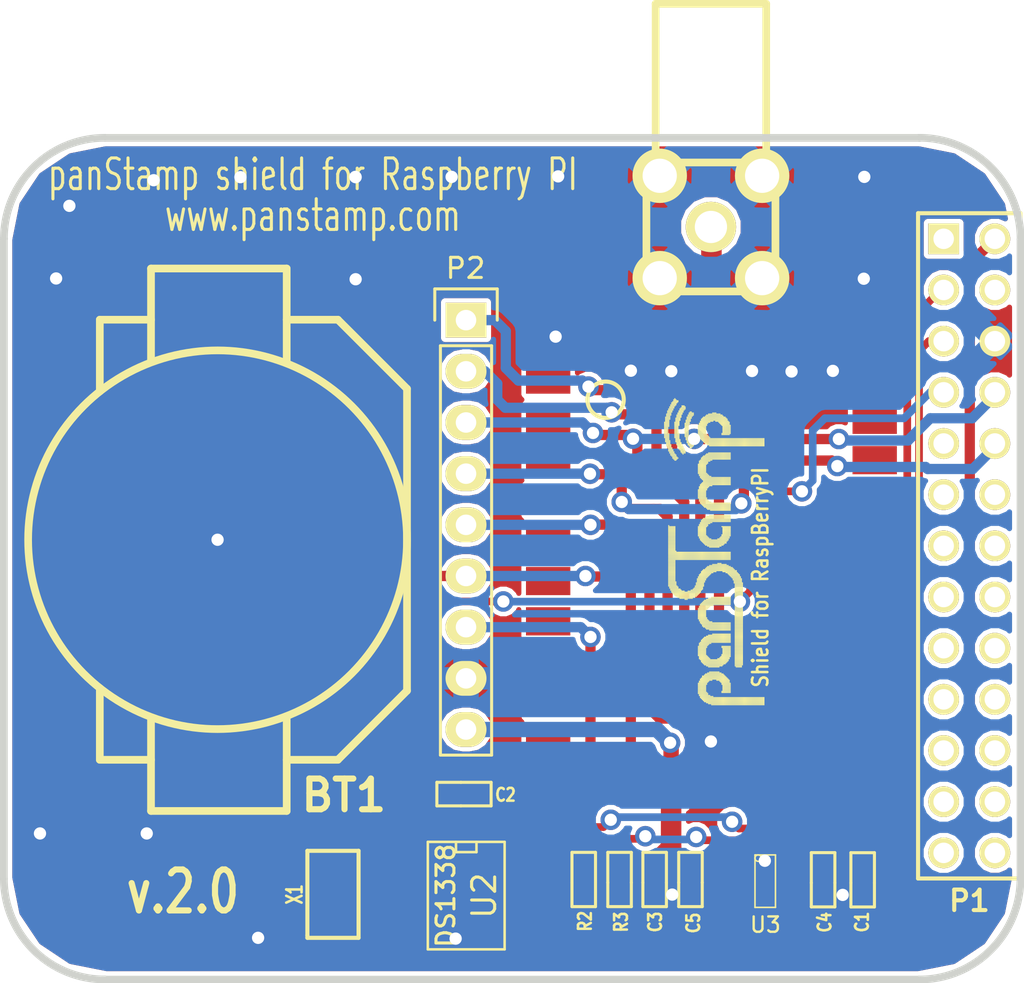
<source format=kicad_pcb>
(kicad_pcb (version 4) (host pcbnew "(2014-jul-16 BZR unknown)-product")
  (title_block (title "panStamp shield for RaspberryPI") (date "16 Jul 2015") (rev 2.0) (company panStamp))
  (layers (0 Front signal) (31 Back signal) (34 B.Paste user) (35 F.Paste user) (36 B.SilkS user) (37 F.SilkS user) (38 B.Mask user) (39 F.Mask user) (44 Edge.Cuts user))
  (net 0 "")
  (net 1 +3.3V)
  (net 2 +5V)
  (net 3 /RESET)
  (net 4 /RPI_I2C_SCL)
  (net 5 /RPI_I2C_SDA)
  (net 6 /RXD)
  (net 7 /TXD)
  (net 8 GND)
  (net 9 "Net-(BT1-Pad1)")
  (net 10 "Net-(C2-Pad1)")
  (net 11 "Net-(P1-Pad1)")
  (net 12 "Net-(P1-Pad4)")
  (net 13 "Net-(P1-Pad9)")
  (net 14 "Net-(P1-Pad11)")
  (net 15 "Net-(P1-Pad12)")
  (net 16 "Net-(P1-Pad13)")
  (net 17 "Net-(P1-Pad14)")
  (net 18 "Net-(P1-Pad15)")
  (net 19 "Net-(P1-Pad16)")
  (net 20 "Net-(P1-Pad17)")
  (net 21 "Net-(P1-Pad18)")
  (net 22 "Net-(P1-Pad19)")
  (net 23 "Net-(P1-Pad20)")
  (net 24 "Net-(P1-Pad21)")
  (net 25 "Net-(P1-Pad22)")
  (net 26 "Net-(P1-Pad23)")
  (net 27 "Net-(P1-Pad24)")
  (net 28 "Net-(P1-Pad25)")
  (net 29 "Net-(P1-Pad26)")
  (net 30 /SDA)
  (net 31 /SCL)
  (net 32 /D7)
  (net 33 /TEST)
  (net 34 "Net-(U2-Pad1)")
  (net 35 "Net-(U2-Pad7)")
  (net 36 "Net-(U2-Pad2)")
  (net 37 "Net-(PS1-Pad1)")
  (net 38 "Net-(PS1-Pad2)")
  (net 39 "Net-(PS1-Pad3)")
  (net 40 "Net-(PS1-Pad4)")
  (net 41 "Net-(PS1-Pad5)")
  (net 42 "Net-(PS1-Pad6)")
  (net 43 "Net-(PS1-Pad7)")
  (net 44 "Net-(PS1-Pad8)")
  (net 45 "Net-(PS1-Pad9)")
  (net 46 "Net-(PS1-Pad10)")
  (net 47 "Net-(PS1-Pad20)")
  (net 48 "Net-(PS1-Pad21)")
  (net 49 "Net-(PS1-Pad22)")
  (net 50 "Net-(PS1-Pad23)")
  (net 51 "Net-(PS1-Pad24)")
  (net 52 "Net-(PS1-Pad25)")
  (net 53 "Net-(PS1-Pad26)")
  (net 54 "Net-(PS1-Pad27)")
  (net 55 "Net-(PS1-Pad31)")
  (module SO8E (layer Front) (at 141.1605 92.1639 270)
    (fp_text reference U2 (at 0 -0.889 270) (layer F.SilkS) (effects (font (size 1.143 1.143) (thickness 0.1524))))
    (fp_text value DS1338 (at 0 1.016 270) (layer F.SilkS) (effects (font (size 0.889 0.889) (thickness 0.1524))))
    (pad 8 smd rect (at -1.905 -2.667 270) (size 0.59944 1.39954) (layers Front F.Paste F.Mask) (net 1 +3.3V))
    (pad 1 smd rect (at -1.905 2.667 270) (size 0.59944 1.39954) (layers Front F.Paste F.Mask) (net 34 "Net-(U2-Pad1)"))
    (pad 7 smd rect (at -0.635 -2.667 270) (size 0.59944 1.39954) (layers Front F.Paste F.Mask) (net 35 "Net-(U2-Pad7)"))
    (pad 6 smd rect (at 0.635 -2.667 270) (size 0.59944 1.39954) (layers Front F.Paste F.Mask) (net 4 /RPI_I2C_SCL))
    (pad 5 smd rect (at 1.905 -2.667 270) (size 0.59944 1.39954) (layers Front F.Paste F.Mask) (net 5 /RPI_I2C_SDA))
    (pad 2 smd rect (at -0.635 2.667 270) (size 0.59944 1.39954) (layers Front F.Paste F.Mask) (net 36 "Net-(U2-Pad2)"))
    (pad 3 smd rect (at 0.635 2.667 270) (size 0.59944 1.39954) (layers Front F.Paste F.Mask) (net 9 "Net-(BT1-Pad1)"))
    (pad 4 smd rect (at 1.905 2.667 270) (size 0.59944 1.39954) (layers Front F.Paste F.Mask) (net 8 GND))
  )
  (module SM0603S (layer Front) (at 141.05 87.125 180)
    (fp_text reference C2 (at -2.0574 -0.0381 180) (layer F.SilkS) (effects (font (size 0.635 0.508) (thickness 0.127))))
    (fp_text value 100n hide)
    (pad 2 smd rect (at 0.7493 0 180) (size 0.7874 0.762) (layers Front F.Paste F.Mask) (net 3 /RESET))
    (pad 1 smd rect (at -0.7493 0 180) (size 0.7874 0.762) (layers Front F.Paste F.Mask) (net 10 "Net-(C2-Pad1)"))
  )
  (module SM0603S (layer Front) (at 148.7678 91.3638 270)
    (fp_text reference R3 (at 2.1082 -0.0762 270) (layer F.SilkS) (effects (font (size 0.635 0.508) (thickness 0.127))))
    (fp_text value 4k7 hide)
    (pad 2 smd rect (at 0.7493 0 270) (size 0.7874 0.762) (layers Front F.Paste F.Mask) (net 5 /RPI_I2C_SDA))
    (pad 1 smd rect (at -0.7493 0 270) (size 0.7874 0.762) (layers Front F.Paste F.Mask) (net 1 +3.3V))
  )
  (module SM0603S (layer Front) (at 146.9898 91.3638 270)
    (fp_text reference R2 (at 2.0701 -0.0635 270) (layer F.SilkS) (effects (font (size 0.635 0.508) (thickness 0.127))))
    (fp_text value 4k7 hide)
    (pad 2 smd rect (at 0.7493 0 270) (size 0.7874 0.762) (layers Front F.Paste F.Mask) (net 4 /RPI_I2C_SCL))
    (pad 1 smd rect (at -0.7493 0 270) (size 0.7874 0.762) (layers Front F.Paste F.Mask) (net 1 +3.3V))
  )
  (module pin_array_13x2 (layer Front) (at 166.116 74.803 270)
    (fp_text reference P1 (at 17.617 -0.004 360) (layer F.SilkS) (effects (font (size 1.016 1.016) (thickness 0.2032))))
    (fp_text value CONN_13X2 hide)
    (pad 1 thru_hole rect (at -15.24 1.27 270) (size 1.524 1.524) (drill 1.016) (layers *.Cu *.Mask F.SilkS) (net 11 "Net-(P1-Pad1)"))
    (pad 2 thru_hole circle (at -15.24 -1.27 270) (size 1.524 1.524) (drill 1.016) (layers *.Cu *.Mask F.SilkS) (net 2 +5V))
    (pad 3 thru_hole circle (at -12.7 1.27 270) (size 1.524 1.524) (drill 1.016) (layers *.Cu *.Mask F.SilkS) (net 5 /RPI_I2C_SDA))
    (pad 4 thru_hole circle (at -12.7 -1.27 270) (size 1.524 1.524) (drill 1.016) (layers *.Cu *.Mask F.SilkS) (net 12 "Net-(P1-Pad4)"))
    (pad 5 thru_hole circle (at -10.16 1.27 270) (size 1.524 1.524) (drill 1.016) (layers *.Cu *.Mask F.SilkS) (net 4 /RPI_I2C_SCL))
    (pad 6 thru_hole circle (at -10.16 -1.27 270) (size 1.524 1.524) (drill 1.016) (layers *.Cu *.Mask F.SilkS) (net 8 GND))
    (pad 7 thru_hole circle (at -7.62 1.27 270) (size 1.524 1.524) (drill 1.016) (layers *.Cu *.Mask F.SilkS) (net 10 "Net-(C2-Pad1)"))
    (pad 8 thru_hole circle (at -7.62 -1.27 270) (size 1.524 1.524) (drill 1.016) (layers *.Cu *.Mask F.SilkS) (net 6 /RXD))
    (pad 9 thru_hole circle (at -5.08 1.27 270) (size 1.524 1.524) (drill 1.016) (layers *.Cu *.Mask F.SilkS) (net 13 "Net-(P1-Pad9)"))
    (pad 10 thru_hole circle (at -5.08 -1.27 270) (size 1.524 1.524) (drill 1.016) (layers *.Cu *.Mask F.SilkS) (net 7 /TXD))
    (pad 11 thru_hole circle (at -2.54 1.27 270) (size 1.524 1.524) (drill 1.016) (layers *.Cu *.Mask F.SilkS) (net 14 "Net-(P1-Pad11)"))
    (pad 12 thru_hole circle (at -2.54 -1.27 270) (size 1.524 1.524) (drill 1.016) (layers *.Cu *.Mask F.SilkS) (net 15 "Net-(P1-Pad12)"))
    (pad 13 thru_hole circle (at 0 1.27 270) (size 1.524 1.524) (drill 1.016) (layers *.Cu *.Mask F.SilkS) (net 16 "Net-(P1-Pad13)"))
    (pad 14 thru_hole circle (at 0 -1.27 270) (size 1.524 1.524) (drill 1.016) (layers *.Cu *.Mask F.SilkS) (net 17 "Net-(P1-Pad14)"))
    (pad 15 thru_hole circle (at 2.54 1.27 270) (size 1.524 1.524) (drill 1.016) (layers *.Cu *.Mask F.SilkS) (net 18 "Net-(P1-Pad15)"))
    (pad 16 thru_hole circle (at 2.54 -1.27 270) (size 1.524 1.524) (drill 1.016) (layers *.Cu *.Mask F.SilkS) (net 19 "Net-(P1-Pad16)"))
    (pad 17 thru_hole circle (at 5.08 1.27 270) (size 1.524 1.524) (drill 1.016) (layers *.Cu *.Mask F.SilkS) (net 20 "Net-(P1-Pad17)"))
    (pad 18 thru_hole circle (at 5.08 -1.27 270) (size 1.524 1.524) (drill 1.016) (layers *.Cu *.Mask F.SilkS) (net 21 "Net-(P1-Pad18)"))
    (pad 19 thru_hole circle (at 7.62 1.27 270) (size 1.524 1.524) (drill 1.016) (layers *.Cu *.Mask F.SilkS) (net 22 "Net-(P1-Pad19)"))
    (pad 20 thru_hole circle (at 7.62 -1.27 270) (size 1.524 1.524) (drill 1.016) (layers *.Cu *.Mask F.SilkS) (net 23 "Net-(P1-Pad20)"))
    (pad 21 thru_hole circle (at 10.16 1.27 270) (size 1.524 1.524) (drill 1.016) (layers *.Cu *.Mask F.SilkS) (net 24 "Net-(P1-Pad21)"))
    (pad 22 thru_hole circle (at 10.16 -1.27 270) (size 1.524 1.524) (drill 1.016) (layers *.Cu *.Mask F.SilkS) (net 25 "Net-(P1-Pad22)"))
    (pad 23 thru_hole circle (at 12.7 1.27 270) (size 1.524 1.524) (drill 1.016) (layers *.Cu *.Mask F.SilkS) (net 26 "Net-(P1-Pad23)"))
    (pad 24 thru_hole circle (at 12.7 -1.27 270) (size 1.524 1.524) (drill 1.016) (layers *.Cu *.Mask F.SilkS) (net 27 "Net-(P1-Pad24)"))
    (pad 25 thru_hole circle (at 15.24 1.27 270) (size 1.524 1.524) (drill 1.016) (layers *.Cu *.Mask F.SilkS) (net 28 "Net-(P1-Pad25)"))
    (pad 26 thru_hole circle (at 15.24 -1.27 270) (size 1.524 1.524) (drill 1.016) (layers *.Cu *.Mask F.SilkS) (net 29 "Net-(P1-Pad26)"))
  )
  (module linx_bat-hld-001 (layer Front) (at 128.825 74.5 270)
    (fp_text reference BT1 (at 12.6873 -6.2611 360) (layer F.SilkS) (effects (font (thickness 0.3048))))
    (fp_text value BATTERY hide)
    (pad 1 smd rect (at -11.43 0 270) (size 2.54 5.08) (layers Front F.Paste F.Mask))
    (pad 1 smd rect (at 11.43 0 270) (size 2.54 5.08) (layers Front F.Paste F.Mask) (net 9 "Net-(BT1-Pad1)"))
    (pad 2 smd circle (at 0 0 270) (size 17.78 17.78) (layers Front F.Paste F.Mask) (net 8 GND))
  )
  (module SM0603S (layer Front) (at 150.5077 91.3638 270)
    (fp_text reference C3 (at 2.1082 -0.0254 270) (layer F.SilkS) (effects (font (size 0.635 0.508) (thickness 0.127))))
    (fp_text value 100n hide)
    (pad 2 smd rect (at 0.7493 0 270) (size 0.7874 0.762) (layers Front F.Paste F.Mask) (net 8 GND))
    (pad 1 smd rect (at -0.7493 0 270) (size 0.7874 0.762) (layers Front F.Paste F.Mask) (net 1 +3.3V))
  )
  (module SOT23 (layer Front) (at 155.9941 91.4781 270)
    (fp_text reference U3 (at 2.1336 -0.00762 360) (layer F.SilkS) (effects (font (size 0.762 0.762) (thickness 0.11938))))
    (fp_text value MCP1702 hide)
    (pad 3 smd rect (at 0 -1.09982 270) (size 0.8001 1.00076) (layers Front F.Paste F.Mask) (net 2 +5V))
    (pad 2 smd rect (at 0.9525 1.09982 270) (size 0.8001 1.00076) (layers Front F.Paste F.Mask) (net 1 +3.3V))
    (pad 1 smd rect (at -0.9525 1.09982 270) (size 0.8001 1.00076) (layers Front F.Paste F.Mask) (net 8 GND))
  )
  (module SM0603S (layer Front) (at 158.8643 91.3765 270)
    (fp_text reference C4 (at 2.1082 -0.0762 270) (layer F.SilkS) (effects (font (size 0.635 0.508) (thickness 0.127))))
    (fp_text value 1u hide)
    (pad 2 smd rect (at 0.7493 0 270) (size 0.7874 0.762) (layers Front F.Paste F.Mask) (net 8 GND))
    (pad 1 smd rect (at -0.7493 0 270) (size 0.7874 0.762) (layers Front F.Paste F.Mask) (net 2 +5V))
  )
  (module SM0603S (layer Front) (at 152.2857 91.3638 270)
    (fp_text reference C5 (at 2.159 -0.1397 270) (layer F.SilkS) (effects (font (size 0.635 0.508) (thickness 0.127))))
    (fp_text value 1u hide)
    (pad 2 smd rect (at 0.7493 0 270) (size 0.7874 0.762) (layers Front F.Paste F.Mask) (net 8 GND))
    (pad 1 smd rect (at -0.7493 0 270) (size 0.7874 0.762) (layers Front F.Paste F.Mask) (net 1 +3.3V))
  )
  (module PANSTAMPLOGO (layer Front) (at 150.6728 82.7151 90)
    (fp_text reference v.2.0 hide)
    (fp_text value "Shield for RaspBerryPI" (at 6.35 5.08 90) (layer F.SilkS) (effects (font (size 0.762 0.635) (thickness 0.127))))
  )
  (module Pin_Headers:Pin_Header_Straight_1x09 (layer Front) (at 141.15 63.6)
    (fp_text reference P2 (at -0.025 -2.575) (layer F.SilkS))
    (fp_text value CONN_01X09)
    (pad 1 thru_hole rect (at 0 0) (size 2.032 1.7272) (drill 1.016) (layers *.Cu *.Mask F.SilkS) (net 30 /SDA))
    (pad 2 thru_hole oval (at 0 2.54) (size 2.032 1.7272) (drill 1.016) (layers *.Cu *.Mask F.SilkS) (net 31 /SCL))
    (pad 3 thru_hole oval (at 0 5.08) (size 2.032 1.7272) (drill 1.016) (layers *.Cu *.Mask F.SilkS) (net 6 /RXD))
    (pad 4 thru_hole oval (at 0 7.62) (size 2.032 1.7272) (drill 1.016) (layers *.Cu *.Mask F.SilkS) (net 7 /TXD))
    (pad 5 thru_hole oval (at 0 10.16) (size 2.032 1.7272) (drill 1.016) (layers *.Cu *.Mask F.SilkS) (net 32 /D7))
    (pad 6 thru_hole oval (at 0 12.7) (size 2.032 1.7272) (drill 1.016) (layers *.Cu *.Mask F.SilkS) (net 3 /RESET))
    (pad 7 thru_hole oval (at 0 15.24) (size 2.032 1.7272) (drill 1.016) (layers *.Cu *.Mask F.SilkS) (net 33 /TEST))
    (pad 8 thru_hole oval (at 0 17.78) (size 2.032 1.7272) (drill 1.016) (layers *.Cu *.Mask F.SilkS) (net 8 GND))
    (pad 9 thru_hole oval (at 0 20.32) (size 2.032 1.7272) (drill 1.016) (layers *.Cu *.Mask F.SilkS) (net 1 +3.3V))
  )
  (module mysmd:EPSON_F-135 (layer Front) (at 134.55 92.1 90)
    (fp_text reference X1 (at 0 -1.905 90) (layer F.SilkS) (effects (font (size 0.762 0.508) (thickness 0.127))))
    (fp_text value 32.768KHz hide)
    (pad 1 smd rect (at -1.25 0 90) (size 1 1.8) (layers Front F.Paste F.Mask) (net 36 "Net-(U2-Pad2)"))
    (pad 2 smd rect (at 1.25 0 90) (size 1 1.8) (layers Front F.Paste F.Mask) (net 34 "Net-(U2-Pad1)"))
  )
  (module mysmd:PANSTAMP_2 (layer Front) (at 153.325 75.55)
    (fp_text reference PS1 hide)
    (fp_text value PANSTAMP_NRG2 hide)
    (pad 1 smd rect (at -8.1 -9) (size 2.2 1.4) (layers Front F.Paste F.Mask) (net 37 "Net-(PS1-Pad1)"))
    (pad 2 smd rect (at -8.1 -7) (size 2.2 1.4) (layers Front F.Paste F.Mask) (net 38 "Net-(PS1-Pad2)"))
    (pad 3 smd rect (at -8.1 -5) (size 2.2 1.4) (layers Front F.Paste F.Mask) (net 39 "Net-(PS1-Pad3)"))
    (pad 4 smd rect (at -8.1 -3) (size 2.2 1.4) (layers Front F.Paste F.Mask) (net 40 "Net-(PS1-Pad4)"))
    (pad 5 smd rect (at -8.1 -1) (size 2.2 1.4) (layers Front F.Paste F.Mask) (net 41 "Net-(PS1-Pad5)"))
    (pad 6 smd rect (at -8.1 1) (size 2.2 1.4) (layers Front F.Paste F.Mask) (net 42 "Net-(PS1-Pad6)"))
    (pad 7 smd rect (at -8.1 3) (size 2.2 1.4) (layers Front F.Paste F.Mask) (net 43 "Net-(PS1-Pad7)"))
    (pad 8 smd rect (at -8.1 5) (size 2.2 1.4) (layers Front F.Paste F.Mask) (net 44 "Net-(PS1-Pad8)"))
    (pad 9 smd rect (at -8.1 7) (size 2.2 1.4) (layers Front F.Paste F.Mask) (net 45 "Net-(PS1-Pad9)"))
    (pad 10 smd rect (at -8.1 9) (size 2.2 1.4) (layers Front F.Paste F.Mask) (net 46 "Net-(PS1-Pad10)"))
    (pad 11 smd rect (at -6 11.1 90) (size 2.2 1.4) (layers Front F.Paste F.Mask) (net 33 /TEST))
    (pad 12 smd rect (at -4 11.1 90) (size 2.2 1.4) (layers Front F.Paste F.Mask) (net 3 /RESET))
    (pad 13 smd rect (at -2 11.1 90) (size 2.2 1.4) (layers Front F.Paste F.Mask) (net 1 +3.3V))
    (pad 14 smd rect (at 0 11.1 90) (size 2.2 1.4) (layers Front F.Paste F.Mask) (net 8 GND))
    (pad 15 smd rect (at 2 11.1 90) (size 2.2 1.4) (layers Front F.Paste F.Mask) (net 32 /D7))
    (pad 16 smd rect (at 4 11.1 90) (size 2.2 1.4) (layers Front F.Paste F.Mask) (net 7 /TXD))
    (pad 17 smd rect (at 6 11.1 90) (size 2.2 1.4) (layers Front F.Paste F.Mask) (net 6 /RXD))
    (pad 18 smd rect (at 8.1 9) (size 2.2 1.4) (layers Front F.Paste F.Mask) (net 31 /SCL))
    (pad 19 smd rect (at 8.1 7) (size 2.2 1.4) (layers Front F.Paste F.Mask) (net 30 /SDA))
    (pad 20 smd rect (at 8.1 5) (size 2.2 1.4) (layers Front F.Paste F.Mask) (net 47 "Net-(PS1-Pad20)"))
    (pad 21 smd rect (at 8.1 3) (size 2.2 1.4) (layers Front F.Paste F.Mask) (net 48 "Net-(PS1-Pad21)"))
    (pad 22 smd rect (at 8.1 1) (size 2.2 1.4) (layers Front F.Paste F.Mask) (net 49 "Net-(PS1-Pad22)"))
    (pad 23 smd rect (at 8.1 -1) (size 2.2 1.4) (layers Front F.Paste F.Mask) (net 50 "Net-(PS1-Pad23)"))
    (pad 24 smd rect (at 8.1 -3) (size 2.2 1.4) (layers Front F.Paste F.Mask) (net 51 "Net-(PS1-Pad24)"))
    (pad 25 smd rect (at 8.1 -5) (size 2.2 1.4) (layers Front F.Paste F.Mask) (net 52 "Net-(PS1-Pad25)"))
    (pad 26 smd rect (at 8.1 -7) (size 2.2 1.4) (layers Front F.Paste F.Mask) (net 53 "Net-(PS1-Pad26)"))
    (pad 27 smd rect (at 8.1 -9) (size 2.2 1.4) (layers Front F.Paste F.Mask) (net 54 "Net-(PS1-Pad27)"))
    (pad 28 smd rect (at 6 -11.1 90) (size 2.2 1.4) (layers Front F.Paste F.Mask) (net 8 GND))
    (pad 29 smd rect (at 4 -11.1 90) (size 2.2 1.4) (layers Front F.Paste F.Mask) (net 8 GND))
    (pad 30 smd rect (at 2 -11.1 90) (size 2.2 1.4) (layers Front F.Paste F.Mask) (net 8 GND))
    (pad 31 smd rect (at 0 -11.1 90) (size 2.2 1.4) (layers Front F.Paste F.Mask) (net 55 "Net-(PS1-Pad31)"))
    (pad 32 smd rect (at -2 -11.1 90) (size 2.2 1.4) (layers Front F.Paste F.Mask) (net 8 GND))
    (pad 33 smd rect (at -4 -11.1 90) (size 2.2 1.4) (layers Front F.Paste F.Mask) (net 8 GND))
    (pad 34 smd rect (at -6 -11.1 90) (size 2.2 1.4) (layers Front F.Paste F.Mask) (net 8 GND))
  )
  (module myconnectors:SMA_RightAngle_Tyco (layer Front) (at 153.3 58.975)
    (fp_text reference U1 hide)
    (fp_text value ANTENNA hide)
    (pad 1 thru_hole circle (at 0 0) (size 2.49936 2.49936) (drill 1.6002) (layers *.Cu *.Mask F.SilkS) (net 55 "Net-(PS1-Pad31)"))
    (pad 2 thru_hole circle (at 2.54 -2.54) (size 2.70002 2.70002) (drill 1.69926) (layers *.Cu *.Mask F.SilkS) (net 8 GND))
    (pad 2 thru_hole circle (at -2.54 -2.54) (size 2.70002 2.70002) (drill 1.69926) (layers *.Cu *.Mask F.SilkS) (net 8 GND))
    (pad 2 thru_hole circle (at -2.54 2.54) (size 2.70002 2.70002) (drill 1.69926) (layers *.Cu *.Mask F.SilkS) (net 8 GND))
    (pad 2 thru_hole circle (at 2.54 2.54) (size 2.70002 2.70002) (drill 1.69926) (layers *.Cu *.Mask F.SilkS) (net 8 GND))
  )
  (module mysmd:SM0603S (layer Front) (at 160.82772 91.37904 270)
    (fp_text reference C1 (at 2.0955 0.03048 270) (layer F.SilkS) (effects (font (size 0.635 0.508) (thickness 0.127))))
    (fp_text value 10u hide)
    (pad 2 smd rect (at 0.7493 0 270) (size 0.7874 0.762) (layers Front F.Paste F.Mask) (net 8 GND))
    (pad 1 smd rect (at -0.7493 0 270) (size 0.7874 0.762) (layers Front F.Paste F.Mask) (net 2 +5V))
  )
  (module mymods:fiducial (layer Front) (at 121.8819 93.6879)
    (fp_text reference fiducial hide)
    (fp_text value VAL** hide)
    (pad 1 smd circle (at 0 0) (size 1 1) (layers Front F.Mask) (clearance 0.5))
  )
  (module mymods:fiducial (layer Front) (at 164.9984 56.9214)
    (fp_text reference fiducial hide)
    (fp_text value VAL** hide)
    (pad 1 smd circle (at 0 0) (size 1 1) (layers Front F.Mask) (clearance 0.5))
  )
  (gr_line (start 123.20778 96.33204) (end 123.20778 96.33458) (angle 90) (layer Edge.Cuts) (width 0.381))
  (gr_line (start 163.61156 96.33204) (end 123.20778 96.33204) (angle 90) (layer Edge.Cuts) (width 0.381))
  (gr_line (start 168.65854 59.60618) (end 168.65854 91.30792) (angle 90) (layer Edge.Cuts) (width 0.381))
  (gr_line (start 163.64458 54.55412) (end 163.64458 54.55666) (angle 90) (layer Edge.Cuts) (width 0.381))
  (gr_line (start 123.25096 54.55412) (end 163.64458 54.55412) (angle 90) (layer Edge.Cuts) (width 0.381))
  (gr_line (start 118.2243 59.55792) (end 118.22176 59.55792) (angle 90) (layer Edge.Cuts) (width 0.381))
  (gr_line (start 118.2243 91.34602) (end 118.2243 59.55792) (angle 90) (layer Edge.Cuts) (width 0.381))
  (gr_arc (start 123.23064 91.31808) (end 123.23318 96.32442) (angle 90) (layer Edge.Cuts) (width 0.381))
  (gr_arc (start 163.64204 91.313) (end 168.656 91.31554) (angle 90) (layer Edge.Cuts) (width 0.381))
  (gr_arc (start 163.64204 59.56808) (end 163.64204 54.54904) (angle 90) (layer Edge.Cuts) (width 0.381))
  (gr_arc (start 123.2281 59.55284) (end 118.22684 59.55284) (angle 90) (layer Edge.Cuts) (width 0.381))
  (gr_text v.2.0 (at 127.1016 91.9734) (layer F.SilkS) (effects (font (size 2.032 1.524) (thickness 0.3048))))
  (gr_text www.panstamp.com (at 133.55 58.4) (layer F.SilkS) (effects (font (size 1.524 1.016) (thickness 0.1524))))
  (gr_text "panStamp shield for Raspberry PI" (at 133.55 56.375) (layer F.SilkS) (effects (font (size 1.524 1.016) (thickness 0.1524))))
  (segment (start 141.15 83.92) (end 150.62 83.92) (width 0.762) (layer Back) (net 1))
  (segment (start 151.325 84.625) (end 151.325 86.65) (width 0.762) (layer Front) (net 1))
  (segment (start 151.275 84.575) (end 151.325 84.625) (width 0.762) (layer Front) (net 1))
  (via (at 151.275 84.575) (size 1.016) (drill 0.6096) (layers Front Back) (net 1))
  (segment (start 150.62 83.92) (end 151.275 84.575) (width 0.762) (layer Back) (net 1))
  (segment (start 151.325 86.65) (end 151.325 89.7972) (width 1.016) (layer Front) (net 1))
  (segment (start 151.325 89.7972) (end 150.5077 90.6145) (width 1.016) (layer Front) (net 1))
  (segment (start 150.5077 90.6145) (end 152.2857 90.6145) (width 1.016) (layer Front) (net 1))
  (segment (start 152.9969 90.6145) (end 153.5049 91.1225) (width 1.016) (layer Front) (net 1))
  (segment (start 153.5049 91.1225) (end 153.5049 91.9607) (width 1.016) (layer Front) (net 1))
  (segment (start 153.5049 91.9607) (end 153.9748 92.4306) (width 1.016) (layer Front) (net 1))
  (segment (start 153.9748 92.4306) (end 154.89428 92.4306) (width 1.016) (layer Front) (net 1))
  (segment (start 152.2857 90.6145) (end 152.9969 90.6145) (width 1.016) (layer Front) (net 1))
  (segment (start 150.5077 90.6145) (end 148.7678 90.6145) (width 1.016) (layer Front) (net 1))
  (segment (start 148.7678 90.6145) (end 146.9898 90.6145) (width 1.016) (layer Front) (net 1))
  (segment (start 146.6342 90.2589) (end 146.9898 90.6145) (width 0.508) (layer Front) (net 1))
  (segment (start 143.8275 90.2589) (end 146.6342 90.2589) (width 0.508) (layer Front) (net 1))
  (segment (start 157.4927 90.6272) (end 157.09392 91.02598) (width 1.016) (layer Front) (net 2))
  (segment (start 157.09392 91.02598) (end 157.09392 91.4781) (width 1.016) (layer Front) (net 2))
  (segment (start 158.8643 90.6272) (end 157.4927 90.6272) (width 1.016) (layer Front) (net 2))
  (segment (start 160.82518 90.6272) (end 160.82772 90.62974) (width 1.016) (layer Front) (net 2))
  (segment (start 158.8643 90.6272) (end 160.82518 90.6272) (width 1.016) (layer Front) (net 2))
  (segment (start 162.92322 90.62974) (end 163.62934 91.33586) (width 0.508) (layer Front) (net 2))
  (segment (start 163.62934 91.33586) (end 165.69182 91.33586) (width 0.508) (layer Front) (net 2))
  (segment (start 165.69182 91.33586) (end 166.1414 90.88628) (width 0.508) (layer Front) (net 2))
  (segment (start 166.1414 90.88628) (end 166.1414 60.8076) (width 0.508) (layer Front) (net 2))
  (segment (start 166.1414 60.8076) (end 167.386 59.563) (width 0.508) (layer Front) (net 2))
  (segment (start 160.82772 90.62974) (end 162.92322 90.62974) (width 0.508) (layer Front) (net 2))
  (segment (start 149.325 76.8) (end 149.325 86.65) (width 0.508) (layer Front) (net 3))
  (segment (start 141.15 76.3) (end 147.075 76.3) (width 0.508) (layer Back) (net 3))
  (segment (start 147.1 76.325) (end 147.075 76.3) (width 0.508) (layer Front) (net 3))
  (segment (start 147.1 76.325) (end 148.85 76.325) (width 0.508) (layer Front) (net 3))
  (segment (start 149.225 76.7) (end 148.85 76.325) (width 0.508) (layer Front) (net 3))
  (via (at 147.075 76.3) (size 1.016) (drill 0.6096) (layers Front Back) (net 3))
  (segment (start 149.225 76.7) (end 149.325 76.8) (width 0.508) (layer Front) (net 3))
  (segment (start 140.3007 87.125) (end 140.05 87.125) (width 0.508) (layer Front) (net 3))
  (segment (start 140.15 76.3) (end 141.15 76.3) (width 0.508) (layer Front) (net 3))
  (segment (start 138.95878 87.125) (end 138.5443 86.71052) (width 0.508) (layer Front) (net 3))
  (segment (start 138.5443 86.71052) (end 138.5443 76.94676) (width 0.508) (layer Front) (net 3))
  (segment (start 138.5443 76.94676) (end 139.19106 76.3) (width 0.508) (layer Front) (net 3))
  (segment (start 139.19106 76.3) (end 141.15 76.3) (width 0.508) (layer Front) (net 3))
  (segment (start 140.3007 87.125) (end 138.95878 87.125) (width 0.508) (layer Front) (net 3))
  (segment (start 146.304 92.7989) (end 146.9898 92.1131) (width 0.508) (layer Front) (net 4))
  (segment (start 143.8275 92.7989) (end 146.304 92.7989) (width 0.508) (layer Front) (net 4))
  (segment (start 142.748 92.7989) (end 143.8275 92.7989) (width 0.381) (layer Front) (net 4))
  (segment (start 142.36192 92.41282) (end 142.748 92.7989) (width 0.381) (layer Front) (net 4))
  (segment (start 142.36192 89.77122) (end 142.36192 92.41282) (width 0.381) (layer Front) (net 4))
  (segment (start 142.78864 89.3445) (end 142.36192 89.77122) (width 0.381) (layer Front) (net 4))
  (segment (start 149.91588 89.3445) (end 142.78864 89.3445) (width 0.381) (layer Front) (net 4))
  (segment (start 150.04542 89.21496) (end 149.91588 89.3445) (width 0.381) (layer Front) (net 4))
  (via (at 150.04542 89.21496) (size 1.016) (layers Front Back) (net 4))
  (segment (start 150.20544 89.37498) (end 150.04542 89.21496) (width 0.381) (layer Back) (net 4))
  (segment (start 152.44572 89.37498) (end 150.20544 89.37498) (width 0.381) (layer Back) (net 4))
  (segment (start 152.56764 89.25306) (end 152.44572 89.37498) (width 0.381) (layer Back) (net 4))
  (via (at 152.56764 89.25306) (size 1.016) (layers Front Back) (net 4))
  (segment (start 152.7302 89.41562) (end 152.56764 89.25306) (width 0.381) (layer Front) (net 4))
  (segment (start 163.1315 89.41562) (end 152.7302 89.41562) (width 0.381) (layer Front) (net 4))
  (segment (start 163.62426 88.92286) (end 163.1315 89.41562) (width 0.381) (layer Front) (net 4))
  (segment (start 163.62426 65.12814) (end 163.62426 88.92286) (width 0.381) (layer Front) (net 4))
  (segment (start 164.1094 64.643) (end 163.62426 65.12814) (width 0.381) (layer Front) (net 4))
  (segment (start 164.846 64.643) (end 164.1094 64.643) (width 0.381) (layer Front) (net 4))
  (segment (start 148.7678 93.5863) (end 148.7678 92.1131) (width 0.508) (layer Front) (net 5))
  (segment (start 148.2852 94.0689) (end 148.7678 93.5863) (width 0.508) (layer Front) (net 5))
  (segment (start 143.8275 94.0689) (end 148.2852 94.0689) (width 0.508) (layer Front) (net 5))
  (segment (start 164.70376 62.103) (end 164.846 62.103) (width 0.381) (layer Front) (net 5))
  (segment (start 142.14348 94.0689) (end 141.67612 93.60154) (width 0.381) (layer Front) (net 5))
  (segment (start 141.67612 93.60154) (end 141.67612 89.19972) (width 0.381) (layer Front) (net 5))
  (segment (start 141.67612 89.19972) (end 142.115542 88.760298) (width 0.381) (layer Front) (net 5))
  (segment (start 142.115542 88.760298) (end 147.970242 88.760298) (width 0.381) (layer Front) (net 5))
  (segment (start 147.970242 88.760298) (end 148.33092 88.39962) (width 0.381) (layer Front) (net 5))
  (via (at 148.33092 88.39962) (size 1.016) (layers Front Back) (net 5))
  (segment (start 148.33092 88.39962) (end 148.46046 88.27008) (width 0.381) (layer Back) (net 5))
  (segment (start 148.46046 88.27008) (end 154.12212 88.27008) (width 0.381) (layer Back) (net 5))
  (segment (start 154.12212 88.27008) (end 154.35072 88.49868) (width 0.381) (layer Back) (net 5))
  (via (at 154.35072 88.49868) (size 1.016) (layers Front Back) (net 5))
  (segment (start 154.35072 88.49868) (end 154.683458 88.831418) (width 0.381) (layer Front) (net 5))
  (segment (start 154.683458 88.831418) (end 162.4838 88.831418) (width 0.381) (layer Front) (net 5))
  (segment (start 162.4838 88.831418) (end 163.040058 88.27516) (width 0.381) (layer Front) (net 5))
  (segment (start 163.040058 88.27516) (end 163.040058 64.762382) (width 0.381) (layer Front) (net 5))
  (segment (start 163.040058 64.762382) (end 163.72332 64.07912) (width 0.381) (layer Front) (net 5))
  (segment (start 163.72332 64.07912) (end 163.72332 63.08344) (width 0.381) (layer Front) (net 5))
  (segment (start 163.72332 63.08344) (end 164.70376 62.103) (width 0.381) (layer Front) (net 5))
  (segment (start 143.8275 94.0689) (end 142.14348 94.0689) (width 0.381) (layer Front) (net 5))
  (segment (start 157.65 84.25) (end 158.125 84.725) (width 0.508) (layer Front) (net 6))
  (segment (start 158.125 84.725) (end 158.8 84.725) (width 0.508) (layer Front) (net 6))
  (segment (start 158.8 84.725) (end 159.325 85.25) (width 0.508) (layer Front) (net 6))
  (segment (start 159.325 85.25) (end 159.325 86.65) (width 0.508) (layer Front) (net 6))
  (segment (start 149.43503 69.48503) (end 149.65 69.7) (width 0.508) (layer Front) (net 6))
  (segment (start 149.65 69.7) (end 149.65 71.75) (width 0.508) (layer Front) (net 6))
  (segment (start 149.65 71.75) (end 150.125 72.225) (width 0.508) (layer Front) (net 6))
  (segment (start 150.125 72.225) (end 151.625 72.225) (width 0.508) (layer Front) (net 6))
  (segment (start 151.625 72.275) (end 151.975 72.625) (width 0.508) (layer Front) (net 6))
  (segment (start 151.975 72.625) (end 151.975 81.25) (width 0.508) (layer Front) (net 6))
  (segment (start 151.975 81.25) (end 152.525 81.8) (width 0.508) (layer Front) (net 6))
  (segment (start 152.525 81.8) (end 156.95 81.8) (width 0.508) (layer Front) (net 6))
  (segment (start 156.95 81.8) (end 157.65 82.5) (width 0.508) (layer Front) (net 6))
  (segment (start 151.625 72.225) (end 151.625 72.275) (width 0.508) (layer Front) (net 6))
  (segment (start 157.65 82.5) (end 157.65 84.25) (width 0.508) (layer Front) (net 6))
  (via (at 147.45 69.2) (size 1.016) (drill 0.6096) (layers Front Back) (net 6))
  (segment (start 147.45 69.2) (end 147.55 69.3) (width 0.508) (layer Front) (net 6))
  (segment (start 147.55 69.3) (end 148.55 69.3) (width 0.508) (layer Front) (net 6))
  (segment (start 141.15 68.68) (end 146.93 68.68) (width 0.508) (layer Back) (net 6))
  (segment (start 149.25 69.3) (end 149.43503 69.48503) (width 0.508) (layer Front) (net 6))
  (segment (start 148.55 69.3) (end 149.25 69.3) (width 0.508) (layer Front) (net 6))
  (segment (start 146.93 68.68) (end 147.45 69.2) (width 0.508) (layer Back) (net 6))
  (segment (start 159.85 86.125) (end 159.325 86.65) (width 0.508) (layer Front) (net 6))
  (segment (start 167.386 67.34556) (end 167.386 67.183) (width 0.508) (layer Back) (net 6))
  (segment (start 149.4444 69.4944) (end 149.43503 69.48503) (width 0.508) (layer Back) (net 6))
  (segment (start 149.4444 69.4944) (end 152.46604 69.4944) (width 0.508) (layer Back) (net 6))
  (via (at 152.46604 69.4944) (size 1.016) (layers Front Back) (net 6))
  (segment (start 152.46604 69.4944) (end 152.47366 69.50202) (width 0.508) (layer Front) (net 6))
  (segment (start 152.47366 69.50202) (end 159.64662 69.50202) (width 0.508) (layer Front) (net 6))
  (via (at 159.64662 69.50202) (size 1.016) (layers Front Back) (net 6))
  (segment (start 159.64662 69.50202) (end 159.71774 69.57314) (width 0.508) (layer Back) (net 6))
  (segment (start 159.71774 69.57314) (end 163.07816 69.57314) (width 0.508) (layer Back) (net 6))
  (segment (start 163.07816 69.57314) (end 164.18052 68.47078) (width 0.508) (layer Back) (net 6))
  (segment (start 164.18052 68.47078) (end 166.26078 68.47078) (width 0.508) (layer Back) (net 6))
  (segment (start 167.386 67.34556) (end 166.26078 68.47078) (width 0.508) (layer Back) (net 6))
  (via (at 149.43503 69.48503) (size 1.016) (layers Front Back) (net 6))
  (segment (start 156.775 84.525) (end 157.325 85.075) (width 0.508) (layer Front) (net 7))
  (segment (start 157.325 85.075) (end 157.325 86.65) (width 0.508) (layer Front) (net 7))
  (segment (start 148.875 72.625) (end 149.225 72.975) (width 0.508) (layer Front) (net 7))
  (segment (start 149.225 72.975) (end 150.45 72.975) (width 0.508) (layer Front) (net 7))
  (segment (start 150.775 72.975) (end 151.15 73.35) (width 0.508) (layer Front) (net 7))
  (segment (start 151.15 73.35) (end 151.15 82.15) (width 0.508) (layer Front) (net 7))
  (segment (start 151.15 82.15) (end 151.575 82.575) (width 0.508) (layer Front) (net 7))
  (segment (start 151.575 82.575) (end 156.025 82.575) (width 0.508) (layer Front) (net 7))
  (segment (start 156.025 82.575) (end 156.775 83.325) (width 0.508) (layer Front) (net 7))
  (segment (start 150.45 72.975) (end 150.775 72.975) (width 0.508) (layer Front) (net 7))
  (segment (start 156.775 83.325) (end 156.775 84.525) (width 0.508) (layer Front) (net 7))
  (via (at 147.3 71.225) (size 1.016) (drill 0.6096) (layers Front Back) (net 7))
  (segment (start 147.3 71.225) (end 147.325 71.25) (width 0.508) (layer Front) (net 7))
  (segment (start 147.325 71.25) (end 148.325 71.25) (width 0.508) (layer Front) (net 7))
  (segment (start 141.15 71.22) (end 147.295 71.22) (width 0.508) (layer Back) (net 7))
  (segment (start 148.45 71.25) (end 148.875 71.675) (width 0.508) (layer Front) (net 7))
  (segment (start 148.875 71.675) (end 148.875 72.625) (width 0.508) (layer Front) (net 7))
  (segment (start 148.325 71.25) (end 148.45 71.25) (width 0.508) (layer Front) (net 7))
  (segment (start 147.295 71.22) (end 147.3 71.225) (width 0.508) (layer Back) (net 7))
  (segment (start 167.386 69.89318) (end 167.386 69.723) (width 0.508) (layer Back) (net 7))
  (segment (start 149.23182 72.98182) (end 148.875 72.625) (width 0.508) (layer Back) (net 7))
  (segment (start 149.23182 72.98182) (end 154.5209 72.98182) (width 0.508) (layer Back) (net 7))
  (segment (start 154.5209 72.98182) (end 154.80792 72.6948) (width 0.508) (layer Back) (net 7))
  (via (at 154.80792 72.6948) (size 1.016) (layers Front Back) (net 7))
  (segment (start 154.80792 72.6948) (end 154.93492 72.5678) (width 0.508) (layer Front) (net 7))
  (segment (start 154.93492 72.5678) (end 154.93492 71.07174) (width 0.508) (layer Front) (net 7))
  (segment (start 154.93492 71.07174) (end 155.43784 70.56882) (width 0.508) (layer Front) (net 7))
  (segment (start 155.43784 70.56882) (end 159.2961 70.56882) (width 0.508) (layer Front) (net 7))
  (segment (start 159.2961 70.56882) (end 159.57042 70.84314) (width 0.508) (layer Front) (net 7))
  (via (at 159.57042 70.84314) (size 1.016) (layers Front Back) (net 7))
  (segment (start 159.57042 70.84314) (end 159.61614 70.88886) (width 0.508) (layer Back) (net 7))
  (segment (start 159.61614 70.88886) (end 163.95192 70.88886) (width 0.508) (layer Back) (net 7))
  (segment (start 163.95192 70.88886) (end 164.05098 70.98792) (width 0.508) (layer Back) (net 7))
  (segment (start 164.05098 70.98792) (end 166.29126 70.98792) (width 0.508) (layer Back) (net 7))
  (segment (start 167.386 69.89318) (end 166.29126 70.98792) (width 0.508) (layer Back) (net 7))
  (via (at 148.875 72.625) (size 1.016) (layers Front Back) (net 7))
  (segment (start 125.2347 94.2594) (end 125.1966 94.2594) (width 0.508) (layer Front) (net 8))
  (segment (start 125.1966 94.2594) (end 120.015 89.0778) (width 0.508) (layer Front) (net 8))
  (segment (start 155.88234 90.5256) (end 155.97378 90.43416) (width 0.508) (layer Front) (net 8))
  (via (at 155.97378 90.43416) (size 1.016) (layers Front Back) (net 8))
  (segment (start 154.89428 90.5256) (end 155.88234 90.5256) (width 0.508) (layer Front) (net 8))
  (segment (start 153.325 84.53926) (end 153.29916 84.51342) (width 1.016) (layer Front) (net 8))
  (via (at 153.29916 84.51342) (size 1.016) (layers Front Back) (net 8))
  (segment (start 153.325 86.65) (end 153.325 84.53926) (width 1.016) (layer Front) (net 8))
  (segment (start 149.325 66.105658) (end 149.32914 66.109798) (width 1.016) (layer Front) (net 8))
  (via (at 149.32914 66.109798) (size 1.016) (layers Front Back) (net 8))
  (segment (start 149.32914 66.109798) (end 149.330462 66.11112) (width 1.016) (layer Back) (net 8))
  (segment (start 157.29966 66.11112) (end 159.34182 66.11112) (width 1.016) (layer Back) (net 8))
  (segment (start 155.33878 66.11112) (end 157.29966 66.11112) (width 1.016) (layer Back) (net 8))
  (segment (start 151.3332 66.11112) (end 155.33878 66.11112) (width 1.016) (layer Back) (net 8))
  (segment (start 149.330462 66.11112) (end 151.3332 66.11112) (width 1.016) (layer Back) (net 8))
  (segment (start 159.34182 66.11112) (end 159.34944 66.11874) (width 1.016) (layer Back) (net 8))
  (via (at 159.34944 66.11874) (size 1.016) (layers Front Back) (net 8))
  (segment (start 159.34944 66.11874) (end 159.325 66.0943) (width 1.016) (layer Front) (net 8))
  (segment (start 159.325 66.0943) (end 159.325 64.45) (width 1.016) (layer Front) (net 8))
  (segment (start 149.325 64.45) (end 149.325 66.105658) (width 1.016) (layer Front) (net 8))
  (segment (start 157.29966 66.14922) (end 157.29966 66.11112) (width 1.016) (layer Back) (net 8))
  (segment (start 157.29966 66.11112) (end 157.29966 66.14922) (width 1.016) (layer Back) (net 8))
  (segment (start 157.29966 66.14922) (end 157.29966 66.11112) (width 1.016) (layer Back) (net 8))
  (segment (start 157.325 66.12388) (end 157.29966 66.14922) (width 1.016) (layer Front) (net 8))
  (via (at 157.29966 66.14922) (size 1.016) (layers Front Back) (net 8))
  (segment (start 157.325 64.45) (end 157.325 66.12388) (width 1.016) (layer Front) (net 8))
  (segment (start 155.33878 66.12382) (end 155.33878 66.11112) (width 1.016) (layer Back) (net 8))
  (segment (start 155.33878 66.11112) (end 155.33878 66.12382) (width 1.016) (layer Back) (net 8))
  (segment (start 155.33878 66.12382) (end 155.33878 66.11112) (width 1.016) (layer Back) (net 8))
  (segment (start 155.325 66.11004) (end 155.33878 66.12382) (width 1.016) (layer Front) (net 8))
  (via (at 155.33878 66.12382) (size 1.016) (layers Front Back) (net 8))
  (segment (start 155.325 64.45) (end 155.325 66.11004) (width 1.016) (layer Front) (net 8))
  (segment (start 151.3332 66.13398) (end 151.3332 66.11112) (width 1.016) (layer Back) (net 8))
  (segment (start 151.3332 66.11112) (end 151.3332 66.13398) (width 1.016) (layer Back) (net 8))
  (segment (start 151.3332 66.13398) (end 151.3332 66.11112) (width 1.016) (layer Back) (net 8))
  (segment (start 151.325 66.12578) (end 151.3332 66.13398) (width 1.016) (layer Front) (net 8))
  (via (at 151.3332 66.13398) (size 1.016) (layers Front Back) (net 8))
  (segment (start 151.325 64.45) (end 151.325 66.12578) (width 1.016) (layer Front) (net 8))
  (segment (start 145.62586 64.45) (end 145.59534 64.41948) (width 1.016) (layer Front) (net 8))
  (via (at 145.59534 64.41948) (size 1.016) (layers Front Back) (net 8))
  (segment (start 147.325 64.45) (end 145.62586 64.45) (width 1.016) (layer Front) (net 8))
  (segment (start 128.7978 74.4728) (end 128.825 74.5) (width 0.762) (layer Back) (net 8))
  (segment (start 128.7018 74.4728) (end 128.7978 74.4728) (width 0.762) (layer Back) (net 8))
  (via (at 128.825 74.5) (size 1.016) (layers Front Back) (net 8))
  (segment (start 160.8544 56.435) (end 160.909 56.4896) (width 0.762) (layer Front) (net 8))
  (via (at 160.909 56.4896) (size 1.016) (layers Front Back) (net 8))
  (segment (start 160.909 56.4896) (end 160.9598 56.4388) (width 0.762) (layer Back) (net 8))
  (segment (start 155.84 56.435) (end 160.8544 56.435) (width 0.762) (layer Front) (net 8))
  (segment (start 160.8544 61.515) (end 160.8836 61.5442) (width 0.762) (layer Front) (net 8))
  (via (at 160.8836 61.5442) (size 1.016) (layers Front Back) (net 8))
  (segment (start 155.84 61.515) (end 160.8544 61.515) (width 0.762) (layer Front) (net 8))
  (via (at 120.8151 61.5315) (size 1.016) (layers Front Back) (net 8))
  (segment (start 121.47296 57.92724) (end 120.8151 61.5315) (width 0.762) (layer Back) (net 8))
  (via (at 121.47296 57.92724) (size 1.016) (layers Front Back) (net 8))
  (segment (start 125.5776 56.5785) (end 121.47296 57.92724) (width 0.762) (layer Front) (net 8))
  (segment (start 125.6538 56.6547) (end 125.5776 56.5785) (width 0.762) (layer Front) (net 8))
  (via (at 125.6538 56.6547) (size 1.016) (layers Front Back) (net 8))
  (segment (start 129.8067 56.6547) (end 125.6538 56.6547) (width 0.762) (layer Back) (net 8))
  (segment (start 129.9591 56.5023) (end 129.8067 56.6547) (width 0.762) (layer Back) (net 8))
  (via (at 129.9591 56.5023) (size 1.016) (layers Front Back) (net 8))
  (segment (start 135.6741 56.5023) (end 129.9591 56.5023) (width 0.762) (layer Front) (net 8))
  (via (at 135.6741 56.5023) (size 1.016) (layers Front Back) (net 8))
  (segment (start 145.749 56.435) (end 145.7198 56.4642) (width 0.762) (layer Front) (net 8))
  (via (at 145.7198 56.4642) (size 1.016) (layers Front Back) (net 8))
  (segment (start 145.7198 56.4642) (end 145.6944 56.4896) (width 0.762) (layer Back) (net 8))
  (segment (start 145.6944 56.4896) (end 140.4366 56.4896) (width 0.762) (layer Back) (net 8))
  (via (at 140.4366 56.4896) (size 1.016) (layers Front Back) (net 8))
  (segment (start 140.4366 56.4896) (end 135.6614 56.4896) (width 0.762) (layer Front) (net 8))
  (via (at 135.6614 56.4896) (size 1.016) (layers Front Back) (net 8))
  (segment (start 135.6614 56.4896) (end 135.6741 56.5023) (width 0.762) (layer Back) (net 8))
  (segment (start 150.76 56.435) (end 145.749 56.435) (width 0.762) (layer Front) (net 8))
  (segment (start 135.6614 61.5569) (end 135.6741 61.5696) (width 0.762) (layer Back) (net 8))
  (via (at 135.6741 61.5696) (size 1.016) (layers Front Back) (net 8))
  (segment (start 135.6614 56.4896) (end 135.6614 61.5569) (width 0.762) (layer Back) (net 8))
  (segment (start 158.86684 92.12834) (end 158.8643 92.1258) (width 0.762) (layer Front) (net 8))
  (segment (start 159.83712 92.12834) (end 158.86684 92.12834) (width 0.762) (layer Front) (net 8))
  (segment (start 160.82772 92.12834) (end 159.83712 92.12834) (width 0.762) (layer Front) (net 8))
  (segment (start 159.83712 92.12834) (end 159.83712 92.1258) (width 0.762) (layer Back) (net 8))
  (via (at 159.83712 92.12834) (size 1.016) (layers Front Back) (net 8))
  (segment (start 151.37892 92.1131) (end 150.5077 92.1131) (width 0.762) (layer Front) (net 8))
  (segment (start 152.2857 92.1131) (end 151.37892 92.1131) (width 0.762) (layer Front) (net 8))
  (segment (start 151.37892 92.1131) (end 151.37892 92.11564) (width 0.762) (layer Back) (net 8))
  (via (at 151.37892 92.1131) (size 1.016) (layers Front Back) (net 8))
  (via (at 120.015 89.0778) (size 1.016) (layers Front Back) (net 8))
  (segment (start 120.015 89.0778) (end 125.3109 89.0778) (width 0.762) (layer Back) (net 8))
  (via (at 125.3109 89.0778) (size 1.016) (layers Front Back) (net 8))
  (segment (start 140.63472 94.2975) (end 130.8735 94.2975) (width 0.762) (layer Back) (net 8))
  (segment (start 140.40612 94.0689) (end 140.63472 94.2975) (width 0.762) (layer Front) (net 8))
  (via (at 140.63472 94.2975) (size 1.016) (layers Front Back) (net 8))
  (segment (start 138.4935 94.0689) (end 140.40612 94.0689) (width 0.762) (layer Front) (net 8))
  (via (at 130.8354 94.2594) (size 1.016) (layers Front Back) (net 8))
  (segment (start 130.8735 94.2975) (end 130.8354 94.2594) (width 0.762) (layer Back) (net 8))
  (segment (start 130.8354 94.2594) (end 125.2347 94.2594) (width 0.762) (layer Front) (net 8))
  (segment (start 140.2207 89.675) (end 140.2207 89.2457) (width 0.762) (layer Front) (net 9))
  (segment (start 128.825 88.1) (end 128.825 85.93) (width 0.762) (layer Front) (net 9))
  (segment (start 129.375 88.65) (end 128.825 88.1) (width 0.762) (layer Front) (net 9))
  (segment (start 139.625 88.65) (end 129.375 88.65) (width 0.762) (layer Front) (net 9))
  (segment (start 140.2207 89.2457) (end 139.625 88.65) (width 0.762) (layer Front) (net 9))
  (segment (start 139.8143 92.7989) (end 140.2207 92.3925) (width 0.762) (layer Front) (net 9))
  (segment (start 138.4935 92.7989) (end 139.8143 92.7989) (width 0.762) (layer Front) (net 9))
  (segment (start 140.2207 92.3925) (end 140.2207 89.675) (width 0.762) (layer Front) (net 9))
  (segment (start 141.7993 86.56954) (end 141.4018 86.17204) (width 0.381) (layer Front) (net 10))
  (segment (start 141.4018 86.17204) (end 139.61872 86.17204) (width 0.381) (layer Front) (net 10))
  (segment (start 139.61872 86.17204) (end 139.24026 85.79358) (width 0.381) (layer Front) (net 10))
  (segment (start 139.24026 85.79358) (end 139.24026 77.91958) (width 0.381) (layer Front) (net 10))
  (segment (start 139.24026 77.91958) (end 139.59586 77.56398) (width 0.381) (layer Front) (net 10))
  (segment (start 139.59586 77.56398) (end 143.002 77.56398) (width 0.381) (layer Front) (net 10))
  (via (at 143.002 77.56398) (size 1.016) (layers Front Back) (net 10))
  (segment (start 143.002 77.56398) (end 143.00962 77.5716) (width 0.381) (layer Back) (net 10))
  (segment (start 143.00962 77.5716) (end 154.7368 77.5716) (width 0.381) (layer Back) (net 10))
  (via (at 154.7368 77.5716) (size 1.016) (layers Front Back) (net 10))
  (segment (start 154.7368 77.5716) (end 155.2448 77.0636) (width 0.381) (layer Front) (net 10))
  (segment (start 155.2448 77.0636) (end 155.2448 73.9902) (width 0.381) (layer Front) (net 10))
  (segment (start 155.2448 73.9902) (end 155.8544 73.3806) (width 0.381) (layer Front) (net 10))
  (segment (start 155.8544 73.3806) (end 155.8544 72.40524) (width 0.381) (layer Front) (net 10))
  (segment (start 155.8544 72.40524) (end 156.16174 72.0979) (width 0.381) (layer Front) (net 10))
  (segment (start 156.16174 72.0979) (end 157.81528 72.0979) (width 0.381) (layer Front) (net 10))
  (segment (start 141.7993 87.125) (end 141.7993 86.56954) (width 0.381) (layer Front) (net 10))
  (segment (start 164.17036 67.183) (end 164.846 67.183) (width 0.381) (layer Back) (net 10))
  (segment (start 158.34868 71.5645) (end 157.81528 72.0979) (width 0.381) (layer Back) (net 10))
  (segment (start 158.34868 71.5645) (end 158.34868 69.0753) (width 0.381) (layer Back) (net 10))
  (segment (start 158.34868 69.0753) (end 158.9532 68.47078) (width 0.381) (layer Back) (net 10))
  (segment (start 158.9532 68.47078) (end 162.88258 68.47078) (width 0.381) (layer Back) (net 10))
  (segment (start 164.17036 67.183) (end 162.88258 68.47078) (width 0.381) (layer Back) (net 10))
  (via (at 157.81528 72.0979) (size 1.016) (layers Front Back) (net 10))
  (segment (start 164.5793 79.883) (end 164.846 79.883) (width 0.508) (layer Front) (net 20))
  (segment (start 167.077 82.423) (end 167.386 82.423) (width 0.508) (layer Back) (net 23))
  (segment (start 167.386 82.4738) (end 167.386 82.423) (width 0.508) (layer Front) (net 23))
  (segment (start 167.386 85.464) (end 167.386 84.963) (width 0.508) (layer Front) (net 25))
  (segment (start 167.297 87.503) (end 167.386 87.503) (width 0.508) (layer Back) (net 27))
  (segment (start 167.386 87.503) (end 167.3352 87.503) (width 0.508) (layer Back) (net 27))
  (segment (start 153.125 70.725) (end 153.225 70.725) (width 0.508) (layer Front) (net 30))
  (segment (start 158.475 80.175) (end 159.25 80.95) (width 0.508) (layer Front) (net 30))
  (segment (start 154.2 80.175) (end 158.475 80.175) (width 0.508) (layer Front) (net 30))
  (segment (start 153.7 79.675) (end 154.2 80.175) (width 0.508) (layer Front) (net 30))
  (segment (start 153.7 71.2) (end 153.7 79.675) (width 0.508) (layer Front) (net 30))
  (segment (start 153.225 70.725) (end 153.7 71.2) (width 0.508) (layer Front) (net 30))
  (segment (start 141.15 63.6) (end 142.575 63.6) (width 0.508) (layer Back) (net 30))
  (segment (start 159.65 82.55) (end 161.425 82.55) (width 0.508) (layer Front) (net 30))
  (segment (start 159.25 82.15) (end 159.65 82.55) (width 0.508) (layer Front) (net 30))
  (segment (start 159.25 80.95) (end 159.25 82.15) (width 0.508) (layer Front) (net 30))
  (segment (start 151.675 70.725) (end 153.125 70.725) (width 0.508) (layer Front) (net 30))
  (segment (start 151.375 70.425) (end 151.675 70.725) (width 0.508) (layer Front) (net 30))
  (segment (start 151.375 67.7) (end 151.375 70.425) (width 0.508) (layer Front) (net 30))
  (segment (start 150.75 67.075) (end 151.375 67.7) (width 0.508) (layer Front) (net 30))
  (segment (start 147.4 67.075) (end 150.75 67.075) (width 0.508) (layer Front) (net 30))
  (segment (start 147.225 66.9) (end 147.4 67.075) (width 0.508) (layer Front) (net 30))
  (via (at 147.225 66.9) (size 1.016) (drill 0.6096) (layers Front Back) (net 30))
  (segment (start 146.925 66.6) (end 147.225 66.9) (width 0.508) (layer Back) (net 30))
  (segment (start 143.75 66.6) (end 146.925 66.6) (width 0.508) (layer Back) (net 30))
  (segment (start 143.125 65.975) (end 143.75 66.6) (width 0.508) (layer Back) (net 30))
  (segment (start 143.125 64.15) (end 143.125 65.975) (width 0.508) (layer Back) (net 30))
  (segment (start 142.575 63.6) (end 143.125 64.15) (width 0.508) (layer Back) (net 30))
  (segment (start 152.3 71.5) (end 152.4 71.5) (width 0.508) (layer Front) (net 31))
  (segment (start 157.55 80.925) (end 158.375 81.75) (width 0.508) (layer Front) (net 31))
  (segment (start 153.225 80.925) (end 157.55 80.925) (width 0.508) (layer Front) (net 31))
  (segment (start 152.775 80.475) (end 153.225 80.925) (width 0.508) (layer Front) (net 31))
  (segment (start 152.775 71.875) (end 152.775 80.475) (width 0.508) (layer Front) (net 31))
  (segment (start 152.4 71.5) (end 152.775 71.875) (width 0.508) (layer Front) (net 31))
  (segment (start 141.15 66.14) (end 142.09 66.14) (width 0.508) (layer Back) (net 31))
  (segment (start 142.09 66.14) (end 142.7 66.75) (width 0.508) (layer Back) (net 31))
  (segment (start 142.7 66.75) (end 142.7 67.55) (width 0.508) (layer Back) (net 31))
  (segment (start 142.7 67.55) (end 143.1 67.95) (width 0.508) (layer Back) (net 31))
  (segment (start 143.1 67.95) (end 148.15 67.95) (width 0.508) (layer Back) (net 31))
  (segment (start 148.15 67.95) (end 148.375 68.175) (width 0.508) (layer Back) (net 31))
  (via (at 148.375 68.175) (size 1.016) (drill 0.6096) (layers Front Back) (net 31))
  (segment (start 148.375 68.175) (end 148.475 68.275) (width 0.508) (layer Front) (net 31))
  (segment (start 148.475 68.275) (end 150.075 68.275) (width 0.508) (layer Front) (net 31))
  (segment (start 150.075 68.275) (end 150.6 68.8) (width 0.508) (layer Front) (net 31))
  (segment (start 150.6 68.8) (end 150.6 71.125) (width 0.508) (layer Front) (net 31))
  (segment (start 150.6 71.125) (end 150.975 71.5) (width 0.508) (layer Front) (net 31))
  (segment (start 150.975 71.5) (end 152.3 71.5) (width 0.508) (layer Front) (net 31))
  (segment (start 158.375 81.75) (end 158.375 83.525) (width 0.508) (layer Front) (net 31))
  (segment (start 158.375 83.525) (end 158.85 84) (width 0.508) (layer Front) (net 31))
  (segment (start 158.85 84) (end 160.875 84) (width 0.508) (layer Front) (net 31))
  (segment (start 160.875 84) (end 161.425 84.55) (width 0.508) (layer Front) (net 31))
  (segment (start 149.2 73.75) (end 149.8 73.75) (width 0.508) (layer Front) (net 32))
  (segment (start 154.5 83.375) (end 155.325 84.2) (width 0.508) (layer Front) (net 32))
  (segment (start 150.75 83.375) (end 154.5 83.375) (width 0.508) (layer Front) (net 32))
  (segment (start 150.25 82.875) (end 150.75 83.375) (width 0.508) (layer Front) (net 32))
  (segment (start 150.25 74.2) (end 150.25 82.875) (width 0.508) (layer Front) (net 32))
  (segment (start 149.8 73.75) (end 150.25 74.2) (width 0.508) (layer Front) (net 32))
  (via (at 147.325 73.76) (size 1.016) (drill 0.6096) (layers Front Back) (net 32))
  (segment (start 147.335 73.75) (end 149.2 73.75) (width 0.508) (layer Front) (net 32))
  (segment (start 147.335 73.75) (end 147.325 73.76) (width 0.508) (layer Front) (net 32))
  (segment (start 141.15 73.76) (end 147.325 73.76) (width 0.508) (layer Back) (net 32))
  (segment (start 155.325 84.2) (end 155.325 86.65) (width 0.508) (layer Front) (net 32))
  (segment (start 141.15 78.84) (end 146.84 78.84) (width 0.508) (layer Back) (net 33))
  (segment (start 147.325 79.325) (end 147.325 86.65) (width 0.508) (layer Front) (net 33))
  (via (at 147.325 79.325) (size 1.016) (drill 0.6096) (layers Front Back) (net 33))
  (segment (start 146.84 78.84) (end 147.325 79.325) (width 0.508) (layer Back) (net 33))
  (segment (start 138.4935 90.2589) (end 135.1411 90.2589) (width 0.508) (layer Front) (net 34))
  (segment (start 135.1411 90.2589) (end 134.55 90.85) (width 0.508) (layer Front) (net 34))
  (segment (start 138.4935 91.5289) (end 136.6961 91.5289) (width 0.508) (layer Front) (net 36))
  (segment (start 135.925 93.35) (end 134.55 93.35) (width 0.508) (layer Front) (net 36))
  (segment (start 136.35 92.925) (end 135.925 93.35) (width 0.508) (layer Front) (net 36))
  (segment (start 136.35 91.875) (end 136.35 92.925) (width 0.508) (layer Front) (net 36))
  (segment (start 136.6961 91.5289) (end 136.35 91.875) (width 0.508) (layer Front) (net 36))
  (segment (start 153.325 64.45) (end 153.325 59) (width 1.016) (layer Front) (net 55))
  (segment (start 153.325 59) (end 153.3 58.975) (width 1.016) (layer Front) (net 55))
  (zone (net 8) (net_name GND) (layer Back) (connect_pads (clearance 0.2286)) (min_thickness 0.254) (fill yes (arc_segments 16) (thermal_gap 0.2286) (thermal_bridge_width 5.08))
    (polygon (pts (xy 118.25 54.55) (xy 118.25 96.35) (xy 168.65 96.325) (xy 168.65 54.55)))
  )
  (zone (net 8) (net_name GND) (layer Front) (connect_pads yes (clearance 0.2286)) (min_thickness 0.254) (fill yes (arc_segments 16) (thermal_gap 5.08) (thermal_bridge_width 5.08))
    (polygon (pts (xy 168.65 54.55) (xy 168.625 96.325) (xy 118.25 96.325) (xy 118.225 54.55)))
  )
)
</source>
